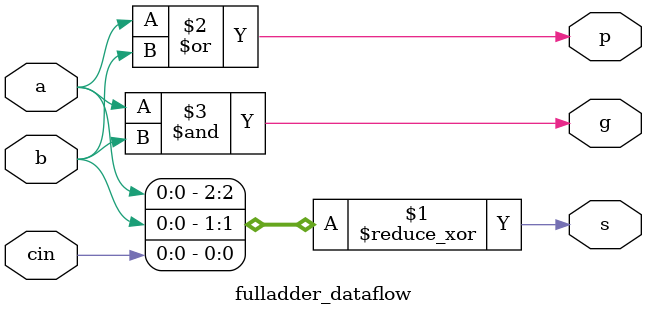
<source format=v>
`timescale 1ns / 1ps


module fulladder_dataflow(
    input wire b, // number 1
    input wire a, // number 2
    input wire cin,     // carry in 
    output wire s, // sum
    output wire p, 
    output wire g
    );

// internal carries between full-adders
wire carry0, carry1, carry2;

// full adder for carry-lookahead
assign s = ^{a, b, cin}; // xor reduction
assign p = a | b;
assign g = a & b;


endmodule

</source>
